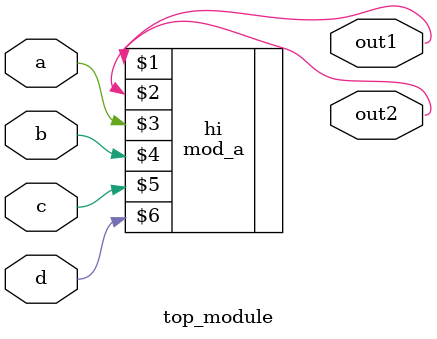
<source format=v>
module top_module ( 
    input a, 
    input b, 
    input c,
    input d,
    output out1,
    output out2
);
mod_a hi(out1,out2,a,b,c,d);
endmodule
</source>
